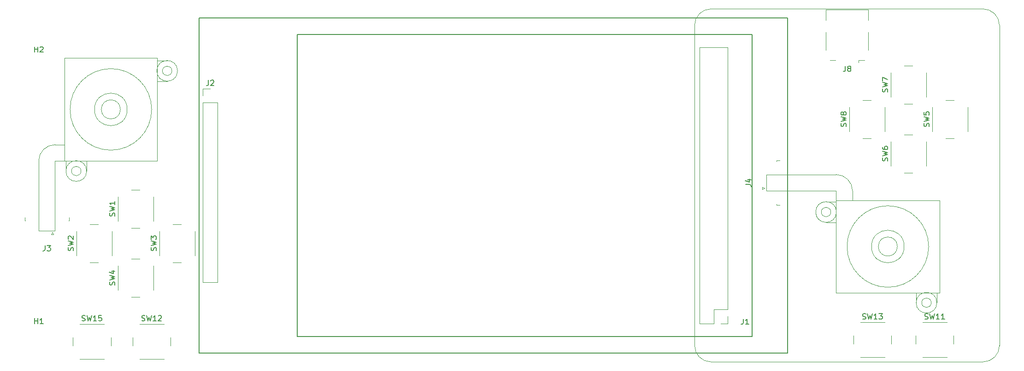
<source format=gbr>
G04 #@! TF.GenerationSoftware,KiCad,Pcbnew,(5.1.5)-2*
G04 #@! TF.CreationDate,2020-09-18T11:59:30-06:00*
G04 #@! TF.ProjectId,Pi-A3-Game-Console,50692d41-332d-4476-916d-652d436f6e73,rev?*
G04 #@! TF.SameCoordinates,Original*
G04 #@! TF.FileFunction,Legend,Top*
G04 #@! TF.FilePolarity,Positive*
%FSLAX46Y46*%
G04 Gerber Fmt 4.6, Leading zero omitted, Abs format (unit mm)*
G04 Created by KiCad (PCBNEW (5.1.5)-2) date 2020-09-18 11:59:30*
%MOMM*%
%LPD*%
G04 APERTURE LIST*
%ADD10C,0.120000*%
%ADD11C,0.100000*%
%ADD12C,0.200000*%
%ADD13C,0.150000*%
G04 APERTURE END LIST*
D10*
X201000000Y-86500000D02*
X201000000Y-88250000D01*
X198000000Y-88250000D02*
X198000000Y-86500000D01*
X198000000Y-83500000D02*
G75*
G02X201000000Y-86500000I0J-3000000D01*
G01*
D11*
X215000000Y-96750000D02*
G75*
G03X215000000Y-96750000I-7500000J0D01*
G01*
X209250000Y-96750000D02*
G75*
G03X209250000Y-96750000I-1750000J0D01*
G01*
X209250000Y-96750000D02*
G75*
G03X209250000Y-96750000I-1750000J0D01*
G01*
X217000000Y-105250000D02*
X217000000Y-88250000D01*
X217000000Y-88250000D02*
X198000000Y-88250000D01*
X216500000Y-105250000D02*
X216500000Y-107100000D01*
X198000000Y-105250000D02*
X217000000Y-105250000D01*
X198000000Y-88250000D02*
X198000000Y-105250000D01*
X212699998Y-107100000D02*
G75*
G02X216500000Y-107100000I1900001J0D01*
G01*
X198000000Y-88250000D02*
X217000000Y-88250000D01*
X197025000Y-90400000D02*
G75*
G03X197025000Y-90400000I-875000J0D01*
G01*
X198000000Y-88500000D02*
X198000000Y-92300000D01*
X212699999Y-105250000D02*
X216500000Y-105250000D01*
X198000000Y-88250000D02*
X217000000Y-88250000D01*
X185150001Y-86500000D02*
X185150001Y-83500000D01*
X216499999Y-107100000D02*
G75*
G03X216499999Y-107100000I-1900000J0D01*
G01*
X198000000Y-105250000D02*
X198000000Y-88250000D01*
X201000000Y-88250000D02*
X198000000Y-88250000D01*
X196150000Y-88500000D02*
X198000000Y-88500000D01*
X198000000Y-86500000D02*
X185150001Y-86500000D01*
X198000000Y-92300000D02*
X196150000Y-92300000D01*
X215474999Y-107100000D02*
G75*
G03X215474999Y-107100000I-875000J0D01*
G01*
X198000000Y-105250000D02*
X217000000Y-105250000D01*
X217000000Y-105250000D02*
X198000000Y-105250000D01*
X212699999Y-105250000D02*
X198000000Y-105250000D01*
X212700000Y-107100000D02*
X212699999Y-105250000D01*
X217000000Y-88250000D02*
X217000000Y-105250000D01*
X198000000Y-88250000D02*
X198000000Y-105250000D01*
X215474999Y-107100000D02*
G75*
G03X215474999Y-107100000I-875000J0D01*
G01*
X217000000Y-88250000D02*
X217000000Y-105250000D01*
X198000000Y-105250000D02*
X198000000Y-92300000D01*
X198050000Y-90400000D02*
G75*
G03X198050000Y-90400000I-1900000J0D01*
G01*
X217000000Y-88250000D02*
X198000000Y-88250000D01*
X185150001Y-83500000D02*
X198000000Y-83500000D01*
X196150000Y-92300000D02*
G75*
G02X196150000Y-88500000I0J1900000D01*
G01*
X197025000Y-90400000D02*
G75*
G03X197025000Y-90400000I-875000J0D01*
G01*
X217000000Y-105250000D02*
X216500000Y-105250000D01*
X198000000Y-88500000D02*
X198000000Y-88250000D01*
X210500000Y-96750000D02*
G75*
G03X210500000Y-96750000I-3000000J0D01*
G01*
X217000000Y-105250000D02*
X217000000Y-88250000D01*
D10*
X184450000Y-85800000D02*
X184450000Y-86200000D01*
X184850000Y-86000000D02*
X184450000Y-85800000D01*
X184450000Y-86200000D02*
X184850000Y-86000000D01*
X187040000Y-80925000D02*
X187640000Y-80925000D01*
X187040000Y-81035000D02*
X187040000Y-80925000D01*
X187040000Y-89075000D02*
X187640000Y-89075000D01*
X187040000Y-88965000D02*
X187040000Y-89075000D01*
X54500000Y-78000000D02*
X56250000Y-78000000D01*
X56250000Y-81000000D02*
X54500000Y-81000000D01*
X51500000Y-81000000D02*
G75*
G02X54500000Y-78000000I3000000J0D01*
G01*
D11*
X72250000Y-71500000D02*
G75*
G03X72250000Y-71500000I-7500000J0D01*
G01*
X66500000Y-71500000D02*
G75*
G03X66500000Y-71500000I-1750000J0D01*
G01*
X66500000Y-71500000D02*
G75*
G03X66500000Y-71500000I-1750000J0D01*
G01*
X73250000Y-62000000D02*
X56250000Y-62000000D01*
X56250000Y-62000000D02*
X56250000Y-81000000D01*
X73250000Y-62500000D02*
X75100000Y-62500000D01*
X73250000Y-81000000D02*
X73250000Y-62000000D01*
X56250000Y-81000000D02*
X73250000Y-81000000D01*
X75100000Y-66300002D02*
G75*
G02X75100000Y-62500000I0J1900001D01*
G01*
X56250000Y-81000000D02*
X56250000Y-62000000D01*
X59275000Y-82850000D02*
G75*
G03X59275000Y-82850000I-875000J0D01*
G01*
X56500000Y-81000000D02*
X60300000Y-81000000D01*
X73250000Y-66300001D02*
X73250000Y-62500000D01*
X56250000Y-81000000D02*
X56250000Y-62000000D01*
X54500000Y-93849999D02*
X51500000Y-93849999D01*
X77000000Y-64400001D02*
G75*
G03X77000000Y-64400001I-1900000J0D01*
G01*
X73250000Y-81000000D02*
X56250000Y-81000000D01*
X56250000Y-78000000D02*
X56250000Y-81000000D01*
X56500000Y-82850000D02*
X56500000Y-81000000D01*
X54500000Y-81000000D02*
X54500000Y-93849999D01*
X60300000Y-81000000D02*
X60300000Y-82850000D01*
X75975000Y-64400001D02*
G75*
G03X75975000Y-64400001I-875000J0D01*
G01*
X73250000Y-81000000D02*
X73250000Y-62000000D01*
X73250000Y-62000000D02*
X73250000Y-81000000D01*
X73250000Y-66300001D02*
X73250000Y-81000000D01*
X75100000Y-66300000D02*
X73250000Y-66300001D01*
X56250000Y-62000000D02*
X73250000Y-62000000D01*
X56250000Y-81000000D02*
X73250000Y-81000000D01*
X75975000Y-64400001D02*
G75*
G03X75975000Y-64400001I-875000J0D01*
G01*
X56250000Y-62000000D02*
X73250000Y-62000000D01*
X73250000Y-81000000D02*
X60300000Y-81000000D01*
X60300000Y-82850000D02*
G75*
G03X60300000Y-82850000I-1900000J0D01*
G01*
X56250000Y-62000000D02*
X56250000Y-81000000D01*
X51500000Y-93849999D02*
X51500000Y-81000000D01*
X60300000Y-82850000D02*
G75*
G02X56500000Y-82850000I-1900000J0D01*
G01*
X59275000Y-82850000D02*
G75*
G03X59275000Y-82850000I-875000J0D01*
G01*
X73250000Y-62000000D02*
X73250000Y-62500000D01*
X56500000Y-81000000D02*
X56250000Y-81000000D01*
X67750000Y-71500000D02*
G75*
G03X67750000Y-71500000I-3000000J0D01*
G01*
X73250000Y-62000000D02*
X56250000Y-62000000D01*
D10*
X53800000Y-94550000D02*
X54200000Y-94550000D01*
X54000000Y-94150000D02*
X53800000Y-94550000D01*
X54200000Y-94550000D02*
X54000000Y-94150000D01*
X48925000Y-91960000D02*
X48925000Y-91360000D01*
X49035000Y-91960000D02*
X48925000Y-91960000D01*
X57075000Y-91960000D02*
X57075000Y-91360000D01*
X56965000Y-91960000D02*
X57075000Y-91960000D01*
D12*
X189040000Y-54640000D02*
X81000000Y-54640000D01*
X182520000Y-113350000D02*
X99000000Y-113350000D01*
X81000000Y-54640000D02*
X81000000Y-116380000D01*
X99000000Y-57669999D02*
X182520000Y-57669999D01*
X99000000Y-113350000D02*
X99000000Y-57669999D01*
X81000000Y-54640000D02*
X81000000Y-116380000D01*
X189040000Y-116380000D02*
X189040000Y-54640000D01*
X81000000Y-116380000D02*
X189040000Y-116380000D01*
X99000000Y-113350000D02*
X99000000Y-57669999D01*
X189040000Y-116380000D02*
X189040000Y-54640000D01*
X182520000Y-113350000D02*
X99000000Y-113350000D01*
X182520000Y-57669999D02*
X182520000Y-113350000D01*
X81000000Y-54640000D02*
X81000000Y-116380000D01*
X99000000Y-57669999D02*
X182520000Y-57669999D01*
X99000000Y-57669999D02*
X99000000Y-113350000D01*
X81000000Y-116380000D02*
X189040000Y-116380000D01*
X99000000Y-113350000D02*
X182520000Y-113350000D01*
X182520000Y-57670000D02*
X99000000Y-57669999D01*
X81000000Y-116380000D02*
X189040000Y-116380000D01*
X182520000Y-113350000D02*
X182520000Y-57669999D01*
X81000000Y-54640000D02*
X81000000Y-116380000D01*
X189040000Y-116380000D02*
X189040000Y-54640000D01*
X81000000Y-116380000D02*
X189040000Y-116380000D01*
X189040000Y-54640000D02*
X81000000Y-54640000D01*
X189040000Y-54640000D02*
X81000000Y-54640000D01*
X189040000Y-54640000D02*
X81000000Y-54640000D01*
X182520000Y-57669999D02*
X182520000Y-113350000D01*
X189040000Y-116380000D02*
X189040000Y-54640000D01*
D10*
X81670000Y-67670000D02*
X83000000Y-67670000D01*
X81670000Y-69000000D02*
X81670000Y-67670000D01*
X81670000Y-70270000D02*
X84330000Y-70270000D01*
X84330000Y-70270000D02*
X84330000Y-103350000D01*
X81670000Y-70270000D02*
X81670000Y-103350000D01*
X81670000Y-103350000D02*
X84330000Y-103350000D01*
X203935000Y-53145000D02*
X203935000Y-55095000D01*
X203935000Y-57315000D02*
X203935000Y-60545000D01*
X203215000Y-62465000D02*
X202135000Y-62465000D01*
X197915000Y-62465000D02*
X196835000Y-62465000D01*
X196115000Y-57315000D02*
X196115000Y-60545000D01*
X196115000Y-53145000D02*
X196115000Y-55095000D01*
X202135000Y-62465000D02*
X202135000Y-62895000D01*
X196115000Y-53145000D02*
X203935000Y-53145000D01*
X178099900Y-60040001D02*
X172899900Y-60040001D01*
X178099900Y-108360001D02*
X178099900Y-60040001D01*
X172899900Y-110960001D02*
X172899900Y-60040001D01*
X178099900Y-108360001D02*
X175499900Y-108360001D01*
X175499900Y-108360001D02*
X175499900Y-110960001D01*
X175499900Y-110960001D02*
X172899900Y-110960001D01*
X178099900Y-109630001D02*
X178099900Y-110960001D01*
X178099900Y-110960001D02*
X176769900Y-110960001D01*
D11*
X227999900Y-115000001D02*
G75*
G02X224999900Y-118000001I-3000000J0D01*
G01*
X172899901Y-110960000D02*
X172899901Y-60040001D01*
X171999900Y-56000000D02*
G75*
G02X174999901Y-53000001I3000000J-1D01*
G01*
X178099900Y-108360002D02*
X175499901Y-108360002D01*
X175499901Y-110960000D02*
X175499901Y-108360002D01*
X171999901Y-56000001D02*
X171999900Y-115000000D01*
X174999901Y-118000000D02*
X224999900Y-118000001D01*
X172899901Y-60040001D02*
X178099900Y-60040001D01*
X227999900Y-115000001D02*
X227999900Y-56000002D01*
X175499901Y-110960000D02*
X172899901Y-110960000D01*
X178099900Y-60040001D02*
X178099900Y-108360002D01*
X224999900Y-53000001D02*
X174999901Y-53000001D01*
X174999901Y-118000001D02*
G75*
G02X171999900Y-115000000I0J3000001D01*
G01*
X224999900Y-53000002D02*
G75*
G02X227999900Y-56000002I0J-3000000D01*
G01*
D10*
X59000000Y-117500000D02*
X63500000Y-117500000D01*
X57750000Y-113500000D02*
X57750000Y-115000000D01*
X63500000Y-111000000D02*
X59000000Y-111000000D01*
X64750000Y-115000000D02*
X64750000Y-113500000D01*
X208170000Y-114680000D02*
X208170000Y-113180000D01*
X206920000Y-110680000D02*
X202420000Y-110680000D01*
X201170000Y-113180000D02*
X201170000Y-114680000D01*
X202420000Y-117180000D02*
X206920000Y-117180000D01*
X75750000Y-115000000D02*
X75750000Y-113500000D01*
X74500000Y-111000000D02*
X70000000Y-111000000D01*
X68750000Y-113500000D02*
X68750000Y-115000000D01*
X70000000Y-117500000D02*
X74500000Y-117500000D01*
X219600000Y-114680000D02*
X219600000Y-113180000D01*
X218350000Y-110680000D02*
X213850000Y-110680000D01*
X212600000Y-113180000D02*
X212600000Y-114680000D01*
X213850000Y-117180000D02*
X218350000Y-117180000D01*
X204420000Y-69800000D02*
X202920000Y-69800000D01*
X200420000Y-71050000D02*
X200420000Y-75550000D01*
X202920000Y-76800000D02*
X204420000Y-76800000D01*
X206920000Y-75550000D02*
X206920000Y-71050000D01*
X212040000Y-63450000D02*
X210540000Y-63450000D01*
X208040000Y-64700000D02*
X208040000Y-69200000D01*
X210540000Y-70450000D02*
X212040000Y-70450000D01*
X214540000Y-69200000D02*
X214540000Y-64700000D01*
X212040000Y-76150000D02*
X210540000Y-76150000D01*
X208040000Y-77400000D02*
X208040000Y-81900000D01*
X210540000Y-83150000D02*
X212040000Y-83150000D01*
X214540000Y-81900000D02*
X214540000Y-77400000D01*
X219660000Y-69800000D02*
X218160000Y-69800000D01*
X215660000Y-71050000D02*
X215660000Y-75550000D01*
X218160000Y-76800000D02*
X219660000Y-76800000D01*
X222160000Y-75550000D02*
X222160000Y-71050000D01*
X70055000Y-99010000D02*
X68555000Y-99010000D01*
X66055000Y-100260000D02*
X66055000Y-104760000D01*
X68555000Y-106010000D02*
X70055000Y-106010000D01*
X72555000Y-104760000D02*
X72555000Y-100260000D01*
X77675000Y-92660000D02*
X76175000Y-92660000D01*
X73675000Y-93910000D02*
X73675000Y-98410000D01*
X76175000Y-99660000D02*
X77675000Y-99660000D01*
X80175000Y-98410000D02*
X80175000Y-93910000D01*
X62435000Y-92660000D02*
X60935000Y-92660000D01*
X58435000Y-93910000D02*
X58435000Y-98410000D01*
X60935000Y-99660000D02*
X62435000Y-99660000D01*
X64935000Y-98410000D02*
X64935000Y-93910000D01*
X70055000Y-86310000D02*
X68555000Y-86310000D01*
X66055000Y-87560000D02*
X66055000Y-92060000D01*
X68555000Y-93310000D02*
X70055000Y-93310000D01*
X72555000Y-92060000D02*
X72555000Y-87560000D01*
D13*
X181352380Y-85333333D02*
X182066666Y-85333333D01*
X182209523Y-85380952D01*
X182304761Y-85476190D01*
X182352380Y-85619047D01*
X182352380Y-85714285D01*
X181685714Y-84428571D02*
X182352380Y-84428571D01*
X181304761Y-84666666D02*
X182019047Y-84904761D01*
X182019047Y-84285714D01*
X52666666Y-96552380D02*
X52666666Y-97266666D01*
X52619047Y-97409523D01*
X52523809Y-97504761D01*
X52380952Y-97552380D01*
X52285714Y-97552380D01*
X53047619Y-96552380D02*
X53666666Y-96552380D01*
X53333333Y-96933333D01*
X53476190Y-96933333D01*
X53571428Y-96980952D01*
X53619047Y-97028571D01*
X53666666Y-97123809D01*
X53666666Y-97361904D01*
X53619047Y-97457142D01*
X53571428Y-97504761D01*
X53476190Y-97552380D01*
X53190476Y-97552380D01*
X53095238Y-97504761D01*
X53047619Y-97457142D01*
X82666666Y-66122380D02*
X82666666Y-66836666D01*
X82619047Y-66979523D01*
X82523809Y-67074761D01*
X82380952Y-67122380D01*
X82285714Y-67122380D01*
X83095238Y-66217619D02*
X83142857Y-66170000D01*
X83238095Y-66122380D01*
X83476190Y-66122380D01*
X83571428Y-66170000D01*
X83619047Y-66217619D01*
X83666666Y-66312857D01*
X83666666Y-66408095D01*
X83619047Y-66550952D01*
X83047619Y-67122380D01*
X83666666Y-67122380D01*
X50738095Y-60952380D02*
X50738095Y-59952380D01*
X50738095Y-60428571D02*
X51309523Y-60428571D01*
X51309523Y-60952380D02*
X51309523Y-59952380D01*
X51738095Y-60047619D02*
X51785714Y-60000000D01*
X51880952Y-59952380D01*
X52119047Y-59952380D01*
X52214285Y-60000000D01*
X52261904Y-60047619D01*
X52309523Y-60142857D01*
X52309523Y-60238095D01*
X52261904Y-60380952D01*
X51690476Y-60952380D01*
X52309523Y-60952380D01*
X50738095Y-110952380D02*
X50738095Y-109952380D01*
X50738095Y-110428571D02*
X51309523Y-110428571D01*
X51309523Y-110952380D02*
X51309523Y-109952380D01*
X52309523Y-110952380D02*
X51738095Y-110952380D01*
X52023809Y-110952380D02*
X52023809Y-109952380D01*
X51928571Y-110095238D01*
X51833333Y-110190476D01*
X51738095Y-110238095D01*
X199691666Y-63507380D02*
X199691666Y-64221666D01*
X199644047Y-64364523D01*
X199548809Y-64459761D01*
X199405952Y-64507380D01*
X199310714Y-64507380D01*
X200310714Y-63935952D02*
X200215476Y-63888333D01*
X200167857Y-63840714D01*
X200120238Y-63745476D01*
X200120238Y-63697857D01*
X200167857Y-63602619D01*
X200215476Y-63555000D01*
X200310714Y-63507380D01*
X200501190Y-63507380D01*
X200596428Y-63555000D01*
X200644047Y-63602619D01*
X200691666Y-63697857D01*
X200691666Y-63745476D01*
X200644047Y-63840714D01*
X200596428Y-63888333D01*
X200501190Y-63935952D01*
X200310714Y-63935952D01*
X200215476Y-63983571D01*
X200167857Y-64031190D01*
X200120238Y-64126428D01*
X200120238Y-64316904D01*
X200167857Y-64412142D01*
X200215476Y-64459761D01*
X200310714Y-64507380D01*
X200501190Y-64507380D01*
X200596428Y-64459761D01*
X200644047Y-64412142D01*
X200691666Y-64316904D01*
X200691666Y-64126428D01*
X200644047Y-64031190D01*
X200596428Y-63983571D01*
X200501190Y-63935952D01*
X180936566Y-110082381D02*
X180936566Y-110796667D01*
X180888947Y-110939524D01*
X180793709Y-111034762D01*
X180650852Y-111082381D01*
X180555614Y-111082381D01*
X181936566Y-111082381D02*
X181365138Y-111082381D01*
X181650852Y-111082381D02*
X181650852Y-110082381D01*
X181555614Y-110225239D01*
X181460376Y-110320477D01*
X181365138Y-110368096D01*
X59440476Y-110404761D02*
X59583333Y-110452380D01*
X59821428Y-110452380D01*
X59916666Y-110404761D01*
X59964285Y-110357142D01*
X60011904Y-110261904D01*
X60011904Y-110166666D01*
X59964285Y-110071428D01*
X59916666Y-110023809D01*
X59821428Y-109976190D01*
X59630952Y-109928571D01*
X59535714Y-109880952D01*
X59488095Y-109833333D01*
X59440476Y-109738095D01*
X59440476Y-109642857D01*
X59488095Y-109547619D01*
X59535714Y-109500000D01*
X59630952Y-109452380D01*
X59869047Y-109452380D01*
X60011904Y-109500000D01*
X60345238Y-109452380D02*
X60583333Y-110452380D01*
X60773809Y-109738095D01*
X60964285Y-110452380D01*
X61202380Y-109452380D01*
X62107142Y-110452380D02*
X61535714Y-110452380D01*
X61821428Y-110452380D02*
X61821428Y-109452380D01*
X61726190Y-109595238D01*
X61630952Y-109690476D01*
X61535714Y-109738095D01*
X63011904Y-109452380D02*
X62535714Y-109452380D01*
X62488095Y-109928571D01*
X62535714Y-109880952D01*
X62630952Y-109833333D01*
X62869047Y-109833333D01*
X62964285Y-109880952D01*
X63011904Y-109928571D01*
X63059523Y-110023809D01*
X63059523Y-110261904D01*
X63011904Y-110357142D01*
X62964285Y-110404761D01*
X62869047Y-110452380D01*
X62630952Y-110452380D01*
X62535714Y-110404761D01*
X62488095Y-110357142D01*
X202860476Y-110084761D02*
X203003333Y-110132380D01*
X203241428Y-110132380D01*
X203336666Y-110084761D01*
X203384285Y-110037142D01*
X203431904Y-109941904D01*
X203431904Y-109846666D01*
X203384285Y-109751428D01*
X203336666Y-109703809D01*
X203241428Y-109656190D01*
X203050952Y-109608571D01*
X202955714Y-109560952D01*
X202908095Y-109513333D01*
X202860476Y-109418095D01*
X202860476Y-109322857D01*
X202908095Y-109227619D01*
X202955714Y-109180000D01*
X203050952Y-109132380D01*
X203289047Y-109132380D01*
X203431904Y-109180000D01*
X203765238Y-109132380D02*
X204003333Y-110132380D01*
X204193809Y-109418095D01*
X204384285Y-110132380D01*
X204622380Y-109132380D01*
X205527142Y-110132380D02*
X204955714Y-110132380D01*
X205241428Y-110132380D02*
X205241428Y-109132380D01*
X205146190Y-109275238D01*
X205050952Y-109370476D01*
X204955714Y-109418095D01*
X205860476Y-109132380D02*
X206479523Y-109132380D01*
X206146190Y-109513333D01*
X206289047Y-109513333D01*
X206384285Y-109560952D01*
X206431904Y-109608571D01*
X206479523Y-109703809D01*
X206479523Y-109941904D01*
X206431904Y-110037142D01*
X206384285Y-110084761D01*
X206289047Y-110132380D01*
X206003333Y-110132380D01*
X205908095Y-110084761D01*
X205860476Y-110037142D01*
X70440476Y-110404761D02*
X70583333Y-110452380D01*
X70821428Y-110452380D01*
X70916666Y-110404761D01*
X70964285Y-110357142D01*
X71011904Y-110261904D01*
X71011904Y-110166666D01*
X70964285Y-110071428D01*
X70916666Y-110023809D01*
X70821428Y-109976190D01*
X70630952Y-109928571D01*
X70535714Y-109880952D01*
X70488095Y-109833333D01*
X70440476Y-109738095D01*
X70440476Y-109642857D01*
X70488095Y-109547619D01*
X70535714Y-109500000D01*
X70630952Y-109452380D01*
X70869047Y-109452380D01*
X71011904Y-109500000D01*
X71345238Y-109452380D02*
X71583333Y-110452380D01*
X71773809Y-109738095D01*
X71964285Y-110452380D01*
X72202380Y-109452380D01*
X73107142Y-110452380D02*
X72535714Y-110452380D01*
X72821428Y-110452380D02*
X72821428Y-109452380D01*
X72726190Y-109595238D01*
X72630952Y-109690476D01*
X72535714Y-109738095D01*
X73488095Y-109547619D02*
X73535714Y-109500000D01*
X73630952Y-109452380D01*
X73869047Y-109452380D01*
X73964285Y-109500000D01*
X74011904Y-109547619D01*
X74059523Y-109642857D01*
X74059523Y-109738095D01*
X74011904Y-109880952D01*
X73440476Y-110452380D01*
X74059523Y-110452380D01*
X214290476Y-110084761D02*
X214433333Y-110132380D01*
X214671428Y-110132380D01*
X214766666Y-110084761D01*
X214814285Y-110037142D01*
X214861904Y-109941904D01*
X214861904Y-109846666D01*
X214814285Y-109751428D01*
X214766666Y-109703809D01*
X214671428Y-109656190D01*
X214480952Y-109608571D01*
X214385714Y-109560952D01*
X214338095Y-109513333D01*
X214290476Y-109418095D01*
X214290476Y-109322857D01*
X214338095Y-109227619D01*
X214385714Y-109180000D01*
X214480952Y-109132380D01*
X214719047Y-109132380D01*
X214861904Y-109180000D01*
X215195238Y-109132380D02*
X215433333Y-110132380D01*
X215623809Y-109418095D01*
X215814285Y-110132380D01*
X216052380Y-109132380D01*
X216957142Y-110132380D02*
X216385714Y-110132380D01*
X216671428Y-110132380D02*
X216671428Y-109132380D01*
X216576190Y-109275238D01*
X216480952Y-109370476D01*
X216385714Y-109418095D01*
X217909523Y-110132380D02*
X217338095Y-110132380D01*
X217623809Y-110132380D02*
X217623809Y-109132380D01*
X217528571Y-109275238D01*
X217433333Y-109370476D01*
X217338095Y-109418095D01*
X199824761Y-74633333D02*
X199872380Y-74490476D01*
X199872380Y-74252380D01*
X199824761Y-74157142D01*
X199777142Y-74109523D01*
X199681904Y-74061904D01*
X199586666Y-74061904D01*
X199491428Y-74109523D01*
X199443809Y-74157142D01*
X199396190Y-74252380D01*
X199348571Y-74442857D01*
X199300952Y-74538095D01*
X199253333Y-74585714D01*
X199158095Y-74633333D01*
X199062857Y-74633333D01*
X198967619Y-74585714D01*
X198920000Y-74538095D01*
X198872380Y-74442857D01*
X198872380Y-74204761D01*
X198920000Y-74061904D01*
X198872380Y-73728571D02*
X199872380Y-73490476D01*
X199158095Y-73300000D01*
X199872380Y-73109523D01*
X198872380Y-72871428D01*
X199300952Y-72347619D02*
X199253333Y-72442857D01*
X199205714Y-72490476D01*
X199110476Y-72538095D01*
X199062857Y-72538095D01*
X198967619Y-72490476D01*
X198920000Y-72442857D01*
X198872380Y-72347619D01*
X198872380Y-72157142D01*
X198920000Y-72061904D01*
X198967619Y-72014285D01*
X199062857Y-71966666D01*
X199110476Y-71966666D01*
X199205714Y-72014285D01*
X199253333Y-72061904D01*
X199300952Y-72157142D01*
X199300952Y-72347619D01*
X199348571Y-72442857D01*
X199396190Y-72490476D01*
X199491428Y-72538095D01*
X199681904Y-72538095D01*
X199777142Y-72490476D01*
X199824761Y-72442857D01*
X199872380Y-72347619D01*
X199872380Y-72157142D01*
X199824761Y-72061904D01*
X199777142Y-72014285D01*
X199681904Y-71966666D01*
X199491428Y-71966666D01*
X199396190Y-72014285D01*
X199348571Y-72061904D01*
X199300952Y-72157142D01*
X207444761Y-68283333D02*
X207492380Y-68140476D01*
X207492380Y-67902380D01*
X207444761Y-67807142D01*
X207397142Y-67759523D01*
X207301904Y-67711904D01*
X207206666Y-67711904D01*
X207111428Y-67759523D01*
X207063809Y-67807142D01*
X207016190Y-67902380D01*
X206968571Y-68092857D01*
X206920952Y-68188095D01*
X206873333Y-68235714D01*
X206778095Y-68283333D01*
X206682857Y-68283333D01*
X206587619Y-68235714D01*
X206540000Y-68188095D01*
X206492380Y-68092857D01*
X206492380Y-67854761D01*
X206540000Y-67711904D01*
X206492380Y-67378571D02*
X207492380Y-67140476D01*
X206778095Y-66950000D01*
X207492380Y-66759523D01*
X206492380Y-66521428D01*
X206492380Y-66235714D02*
X206492380Y-65569047D01*
X207492380Y-65997619D01*
X207444761Y-80983333D02*
X207492380Y-80840476D01*
X207492380Y-80602380D01*
X207444761Y-80507142D01*
X207397142Y-80459523D01*
X207301904Y-80411904D01*
X207206666Y-80411904D01*
X207111428Y-80459523D01*
X207063809Y-80507142D01*
X207016190Y-80602380D01*
X206968571Y-80792857D01*
X206920952Y-80888095D01*
X206873333Y-80935714D01*
X206778095Y-80983333D01*
X206682857Y-80983333D01*
X206587619Y-80935714D01*
X206540000Y-80888095D01*
X206492380Y-80792857D01*
X206492380Y-80554761D01*
X206540000Y-80411904D01*
X206492380Y-80078571D02*
X207492380Y-79840476D01*
X206778095Y-79650000D01*
X207492380Y-79459523D01*
X206492380Y-79221428D01*
X206492380Y-78411904D02*
X206492380Y-78602380D01*
X206540000Y-78697619D01*
X206587619Y-78745238D01*
X206730476Y-78840476D01*
X206920952Y-78888095D01*
X207301904Y-78888095D01*
X207397142Y-78840476D01*
X207444761Y-78792857D01*
X207492380Y-78697619D01*
X207492380Y-78507142D01*
X207444761Y-78411904D01*
X207397142Y-78364285D01*
X207301904Y-78316666D01*
X207063809Y-78316666D01*
X206968571Y-78364285D01*
X206920952Y-78411904D01*
X206873333Y-78507142D01*
X206873333Y-78697619D01*
X206920952Y-78792857D01*
X206968571Y-78840476D01*
X207063809Y-78888095D01*
X215064761Y-74633333D02*
X215112380Y-74490476D01*
X215112380Y-74252380D01*
X215064761Y-74157142D01*
X215017142Y-74109523D01*
X214921904Y-74061904D01*
X214826666Y-74061904D01*
X214731428Y-74109523D01*
X214683809Y-74157142D01*
X214636190Y-74252380D01*
X214588571Y-74442857D01*
X214540952Y-74538095D01*
X214493333Y-74585714D01*
X214398095Y-74633333D01*
X214302857Y-74633333D01*
X214207619Y-74585714D01*
X214160000Y-74538095D01*
X214112380Y-74442857D01*
X214112380Y-74204761D01*
X214160000Y-74061904D01*
X214112380Y-73728571D02*
X215112380Y-73490476D01*
X214398095Y-73300000D01*
X215112380Y-73109523D01*
X214112380Y-72871428D01*
X214112380Y-72014285D02*
X214112380Y-72490476D01*
X214588571Y-72538095D01*
X214540952Y-72490476D01*
X214493333Y-72395238D01*
X214493333Y-72157142D01*
X214540952Y-72061904D01*
X214588571Y-72014285D01*
X214683809Y-71966666D01*
X214921904Y-71966666D01*
X215017142Y-72014285D01*
X215064761Y-72061904D01*
X215112380Y-72157142D01*
X215112380Y-72395238D01*
X215064761Y-72490476D01*
X215017142Y-72538095D01*
X65459761Y-103843333D02*
X65507380Y-103700476D01*
X65507380Y-103462380D01*
X65459761Y-103367142D01*
X65412142Y-103319523D01*
X65316904Y-103271904D01*
X65221666Y-103271904D01*
X65126428Y-103319523D01*
X65078809Y-103367142D01*
X65031190Y-103462380D01*
X64983571Y-103652857D01*
X64935952Y-103748095D01*
X64888333Y-103795714D01*
X64793095Y-103843333D01*
X64697857Y-103843333D01*
X64602619Y-103795714D01*
X64555000Y-103748095D01*
X64507380Y-103652857D01*
X64507380Y-103414761D01*
X64555000Y-103271904D01*
X64507380Y-102938571D02*
X65507380Y-102700476D01*
X64793095Y-102510000D01*
X65507380Y-102319523D01*
X64507380Y-102081428D01*
X64840714Y-101271904D02*
X65507380Y-101271904D01*
X64459761Y-101510000D02*
X65174047Y-101748095D01*
X65174047Y-101129047D01*
X73079761Y-97493333D02*
X73127380Y-97350476D01*
X73127380Y-97112380D01*
X73079761Y-97017142D01*
X73032142Y-96969523D01*
X72936904Y-96921904D01*
X72841666Y-96921904D01*
X72746428Y-96969523D01*
X72698809Y-97017142D01*
X72651190Y-97112380D01*
X72603571Y-97302857D01*
X72555952Y-97398095D01*
X72508333Y-97445714D01*
X72413095Y-97493333D01*
X72317857Y-97493333D01*
X72222619Y-97445714D01*
X72175000Y-97398095D01*
X72127380Y-97302857D01*
X72127380Y-97064761D01*
X72175000Y-96921904D01*
X72127380Y-96588571D02*
X73127380Y-96350476D01*
X72413095Y-96160000D01*
X73127380Y-95969523D01*
X72127380Y-95731428D01*
X72127380Y-95445714D02*
X72127380Y-94826666D01*
X72508333Y-95160000D01*
X72508333Y-95017142D01*
X72555952Y-94921904D01*
X72603571Y-94874285D01*
X72698809Y-94826666D01*
X72936904Y-94826666D01*
X73032142Y-94874285D01*
X73079761Y-94921904D01*
X73127380Y-95017142D01*
X73127380Y-95302857D01*
X73079761Y-95398095D01*
X73032142Y-95445714D01*
X57839761Y-97493333D02*
X57887380Y-97350476D01*
X57887380Y-97112380D01*
X57839761Y-97017142D01*
X57792142Y-96969523D01*
X57696904Y-96921904D01*
X57601666Y-96921904D01*
X57506428Y-96969523D01*
X57458809Y-97017142D01*
X57411190Y-97112380D01*
X57363571Y-97302857D01*
X57315952Y-97398095D01*
X57268333Y-97445714D01*
X57173095Y-97493333D01*
X57077857Y-97493333D01*
X56982619Y-97445714D01*
X56935000Y-97398095D01*
X56887380Y-97302857D01*
X56887380Y-97064761D01*
X56935000Y-96921904D01*
X56887380Y-96588571D02*
X57887380Y-96350476D01*
X57173095Y-96160000D01*
X57887380Y-95969523D01*
X56887380Y-95731428D01*
X56982619Y-95398095D02*
X56935000Y-95350476D01*
X56887380Y-95255238D01*
X56887380Y-95017142D01*
X56935000Y-94921904D01*
X56982619Y-94874285D01*
X57077857Y-94826666D01*
X57173095Y-94826666D01*
X57315952Y-94874285D01*
X57887380Y-95445714D01*
X57887380Y-94826666D01*
X65459761Y-91143333D02*
X65507380Y-91000476D01*
X65507380Y-90762380D01*
X65459761Y-90667142D01*
X65412142Y-90619523D01*
X65316904Y-90571904D01*
X65221666Y-90571904D01*
X65126428Y-90619523D01*
X65078809Y-90667142D01*
X65031190Y-90762380D01*
X64983571Y-90952857D01*
X64935952Y-91048095D01*
X64888333Y-91095714D01*
X64793095Y-91143333D01*
X64697857Y-91143333D01*
X64602619Y-91095714D01*
X64555000Y-91048095D01*
X64507380Y-90952857D01*
X64507380Y-90714761D01*
X64555000Y-90571904D01*
X64507380Y-90238571D02*
X65507380Y-90000476D01*
X64793095Y-89810000D01*
X65507380Y-89619523D01*
X64507380Y-89381428D01*
X65507380Y-88476666D02*
X65507380Y-89048095D01*
X65507380Y-88762380D02*
X64507380Y-88762380D01*
X64650238Y-88857619D01*
X64745476Y-88952857D01*
X64793095Y-89048095D01*
M02*

</source>
